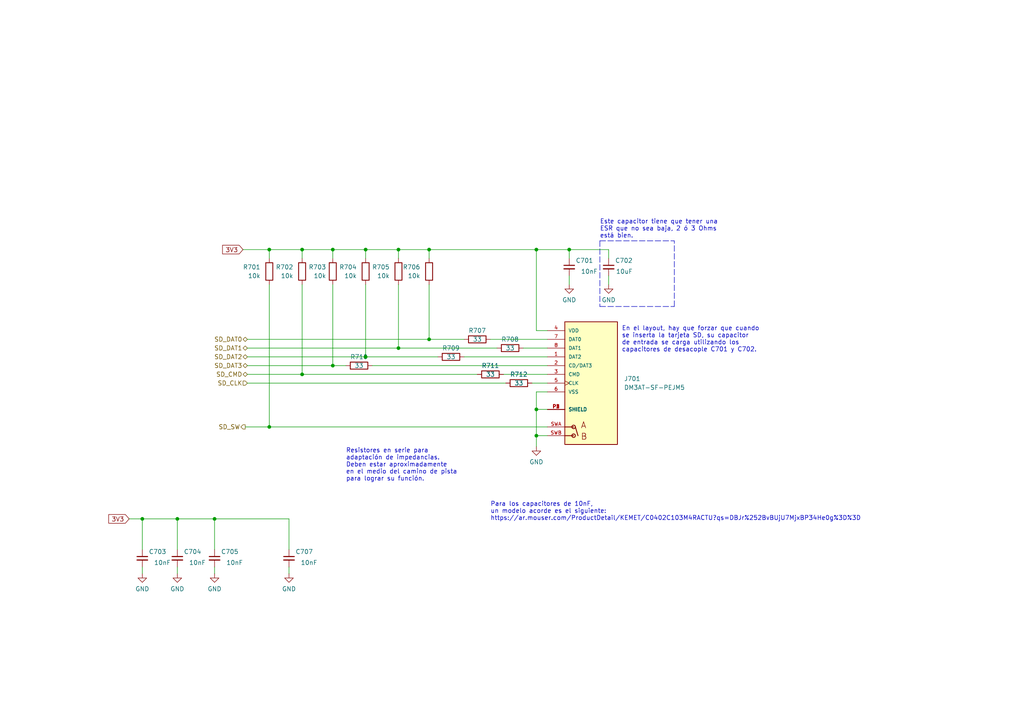
<source format=kicad_sch>
(kicad_sch (version 20211123) (generator eeschema)
  (paper "A4")
  (lib_symbols
    (symbol "DM3AT-SF-PEJM5:DM3AT-SF-PEJM5" (pin_names (offset 1.016))
      (property "Reference" "J" (at -7.62 18.3148 0))
      (property "Value" "DM3AT-SF-PEJM5" (at -7.62 -20.8538 0))
      (symbol "DM3AT-SF-PEJM5_0_0"
        (rectangle (start -7.62 -17.78) (end 7.62 17.78) (stroke (width 0.254)) (fill (type background)))
        (circle (center -5.08 -15.24) (radius 0.508) (stroke (width 0.254)))
        (circle (center -5.08 -12.7) (radius 0.508) (stroke (width 0.254)))
        (polyline (pts (xy -7.62 -15.24) (xy -5.08 -15.24)) (stroke (width 0.254)))
        (polyline (pts (xy -7.62 -12.7) (xy -5.08 -12.7)) (stroke (width 0.254)))
        (polyline (pts (xy -4.572 -12.7) (xy -3.81 -15.24)) (stroke (width 0.254)))
        (text "A" (at -3.048 -13.208 0) (effects (font (size 1.778 1.778)) (justify left bottom)))
        (text "B" (at -3.048 -16.51 0) (effects (font (size 1.778 1.778)) (justify left bottom)))
        (pin bidirectional line (at -12.7 7.62 0) (length 5.08) (name "DAT2") (number "1"))
        (pin bidirectional line (at -12.7 5.08 0) (length 5.08) (name "CD/DAT3") (number "2"))
        (pin bidirectional line (at -12.7 2.54 0) (length 5.08) (name "CMD") (number "3"))
        (pin power_in line (at -12.7 15.24 0) (length 5.08) (name "VDD") (number "4"))
        (pin bidirectional clock (at -12.7 0 0) (length 5.08) (name "CLK") (number "5"))
        (pin power_in line (at -12.7 -2.54 0) (length 5.08) (name "VSS") (number "6"))
        (pin bidirectional line (at -12.7 12.7 0) (length 5.08) (name "DAT0") (number "7"))
        (pin bidirectional line (at -12.7 10.16 0) (length 5.08) (name "DAT1") (number "8"))
        (pin passive line (at -12.7 -7.62 0) (length 5.08) (name "SHIELD") (number "P1"))
        (pin passive line (at -12.7 -7.62 0) (length 5.08) (name "SHIELD") (number "P2"))
        (pin passive line (at -12.7 -7.62 0) (length 5.08) (name "SHIELD") (number "P3"))
        (pin passive line (at -12.7 -7.62 0) (length 5.08) (name "SHIELD") (number "P4"))
        (pin bidirectional line (at -12.7 -12.7 0) (length 5.08) (name "~") (number "SWA"))
        (pin bidirectional line (at -12.7 -15.24 0) (length 5.08) (name "~") (number "SWB"))
      )
    )
    (symbol "Device:C_Small" (pin_numbers hide) (pin_names (offset 0.254) hide)
      (property "Reference" "C" (at 0.254 1.778 0))
      (property "Value" "C_Small" (at 0.254 -2.032 0))
      (symbol "C_Small_0_1"
        (polyline (pts (xy -1.524 -0.508) (xy 1.524 -0.508)) (stroke (width 0.3302)))
        (polyline (pts (xy -1.524 0.508) (xy 1.524 0.508)) (stroke (width 0.3048)))
      )
      (symbol "C_Small_1_1"
        (pin passive line (at 0 2.54 270) (length 2.032) (name "~") (number "1"))
        (pin passive line (at 0 -2.54 90) (length 2.032) (name "~") (number "2"))
      )
    )
    (symbol "Device:R" (pin_numbers hide) (pin_names (offset 0))
      (property "Reference" "R" (at 2.032 0 90))
      (property "Value" "R" (at 0 0 90))
      (symbol "R_0_1"
        (rectangle (start -1.016 -2.54) (end 1.016 2.54) (stroke (width 0.254)))
      )
      (symbol "R_1_1"
        (pin passive line (at 0 3.81 270) (length 1.27) (name "~") (number "1"))
        (pin passive line (at 0 -3.81 90) (length 1.27) (name "~") (number "2"))
      )
    )
    (symbol "power:GND" (power) (pin_names (offset 0))
      (property "Value" "GND" (at 0 -3.81 0))
      (symbol "GND_0_1"
        (polyline (pts (xy 0 0) (xy 0 -1.27) (xy 1.27 -1.27) (xy 0 -2.54) (xy -1.27 -1.27) (xy 0 -1.27)))
      )
      (symbol "GND_1_1"
        (pin power_in line (at 0 0 270) (length 0) hide (name "GND") (number "1"))
      )
    )
  )
  (junction (at 41.275 150.495))
  (junction (at 155.575 118.745))
  (junction (at 78.105 123.825))
  (junction (at 115.57 100.965))
  (junction (at 87.63 108.585))
  (junction (at 155.575 126.365))
  (junction (at 51.435 150.495))
  (junction (at 96.52 72.39))
  (junction (at 106.045 72.39))
  (junction (at 115.57 72.39))
  (junction (at 155.575 72.39))
  (junction (at 96.52 106.045))
  (junction (at 124.46 72.39))
  (junction (at 165.1 72.39))
  (junction (at 124.46 98.425))
  (junction (at 106.045 103.505))
  (junction (at 87.63 72.39))
  (junction (at 78.105 72.39))
  (junction (at 62.23 150.495))
  (wire (pts (xy 106.045 103.505) (xy 127 103.505)))
  (wire (pts (xy 62.23 164.465) (xy 62.23 166.37)))
  (polyline (pts (xy 173.99 69.85) (xy 173.99 88.9)))
  (wire (pts (xy 124.46 72.39) (xy 155.575 72.39)))
  (wire (pts (xy 71.12 123.825) (xy 78.105 123.825)))
  (wire (pts (xy 165.1 72.39) (xy 176.53 72.39)))
  (wire (pts (xy 115.57 82.55) (xy 115.57 100.965)))
  (wire (pts (xy 71.755 98.425) (xy 124.46 98.425)))
  (wire (pts (xy 146.05 108.585) (xy 158.75 108.585)))
  (wire (pts (xy 87.63 72.39) (xy 87.63 74.93)))
  (wire (pts (xy 134.62 103.505) (xy 158.75 103.505)))
  (wire (pts (xy 96.52 106.045) (xy 100.33 106.045)))
  (wire (pts (xy 83.82 159.385) (xy 83.82 150.495)))
  (wire (pts (xy 106.045 72.39) (xy 96.52 72.39)))
  (wire (pts (xy 87.63 108.585) (xy 138.43 108.585)))
  (wire (pts (xy 96.52 82.55) (xy 96.52 106.045)))
  (wire (pts (xy 124.46 74.93) (xy 124.46 72.39)))
  (wire (pts (xy 51.435 150.495) (xy 62.23 150.495)))
  (wire (pts (xy 51.435 159.385) (xy 51.435 150.495)))
  (polyline (pts (xy 173.99 69.85) (xy 195.58 69.85)))
  (wire (pts (xy 71.755 103.505) (xy 106.045 103.505)))
  (wire (pts (xy 41.275 164.465) (xy 41.275 166.37)))
  (wire (pts (xy 71.755 108.585) (xy 87.63 108.585)))
  (wire (pts (xy 155.575 72.39) (xy 165.1 72.39)))
  (wire (pts (xy 115.57 74.93) (xy 115.57 72.39)))
  (wire (pts (xy 115.57 100.965) (xy 144.145 100.965)))
  (wire (pts (xy 124.46 98.425) (xy 134.62 98.425)))
  (wire (pts (xy 155.575 118.745) (xy 155.575 126.365)))
  (polyline (pts (xy 173.99 88.9) (xy 195.58 88.9)))
  (wire (pts (xy 107.95 106.045) (xy 158.75 106.045)))
  (wire (pts (xy 151.765 100.965) (xy 158.75 100.965)))
  (wire (pts (xy 165.1 74.93) (xy 165.1 72.39)))
  (wire (pts (xy 87.63 82.55) (xy 87.63 108.585)))
  (wire (pts (xy 62.23 159.385) (xy 62.23 150.495)))
  (wire (pts (xy 71.755 106.045) (xy 96.52 106.045)))
  (wire (pts (xy 115.57 72.39) (xy 124.46 72.39)))
  (wire (pts (xy 115.57 72.39) (xy 106.045 72.39)))
  (wire (pts (xy 41.275 150.495) (xy 41.275 159.385)))
  (wire (pts (xy 51.435 150.495) (xy 41.275 150.495)))
  (wire (pts (xy 71.755 100.965) (xy 115.57 100.965)))
  (wire (pts (xy 96.52 72.39) (xy 87.63 72.39)))
  (wire (pts (xy 51.435 164.465) (xy 51.435 166.37)))
  (wire (pts (xy 155.575 113.665) (xy 155.575 118.745)))
  (wire (pts (xy 154.305 111.125) (xy 158.75 111.125)))
  (wire (pts (xy 78.105 74.93) (xy 78.105 72.39)))
  (wire (pts (xy 70.485 72.39) (xy 78.105 72.39)))
  (wire (pts (xy 176.53 80.01) (xy 176.53 82.55)))
  (wire (pts (xy 78.105 72.39) (xy 87.63 72.39)))
  (wire (pts (xy 165.1 80.01) (xy 165.1 82.55)))
  (wire (pts (xy 155.575 95.885) (xy 155.575 72.39)))
  (wire (pts (xy 155.575 118.745) (xy 158.75 118.745)))
  (wire (pts (xy 62.23 150.495) (xy 83.82 150.495)))
  (wire (pts (xy 124.46 82.55) (xy 124.46 98.425)))
  (wire (pts (xy 71.755 111.125) (xy 146.685 111.125)))
  (wire (pts (xy 158.75 95.885) (xy 155.575 95.885)))
  (wire (pts (xy 78.105 123.825) (xy 158.75 123.825)))
  (wire (pts (xy 142.24 98.425) (xy 158.75 98.425)))
  (wire (pts (xy 83.82 164.465) (xy 83.82 166.37)))
  (wire (pts (xy 155.575 126.365) (xy 158.75 126.365)))
  (wire (pts (xy 155.575 126.365) (xy 155.575 129.54)))
  (wire (pts (xy 96.52 72.39) (xy 96.52 74.93)))
  (wire (pts (xy 176.53 74.93) (xy 176.53 72.39)))
  (wire (pts (xy 106.045 72.39) (xy 106.045 74.93)))
  (wire (pts (xy 155.575 113.665) (xy 158.75 113.665)))
  (polyline (pts (xy 195.58 88.9) (xy 195.58 69.85)))
  (wire (pts (xy 78.105 82.55) (xy 78.105 123.825)))
  (wire (pts (xy 37.465 150.495) (xy 41.275 150.495)))
  (wire (pts (xy 106.045 82.55) (xy 106.045 103.505)))
  (text "En el layout, hay que forzar que cuando\nse inserta la tarjeta SD, su capacitor\nde entrada se carga utilizando los \ncapacitores de desacople C701 y C702." (at 180.34 102.235 0) (effects (font (size 1.27 1.27)) (justify left bottom)))
  (text "Este capacitor tiene que tener una\nESR que no sea baja, 2 ó 3 Ohms\nestá bien." (at 173.99 69.215 0) (effects (font (size 1.27 1.27)) (justify left bottom)))
  (text "Para los capacitores de 10nF,\nun modelo acorde es el siguiente:\nhttps://ar.mouser.com/ProductDetail/KEMET/C0402C103M4RACTU?qs=DBJr%252BvBUjU7MjxBP34He0g%3D%3D" (at 142.24 151.13 0) (effects (font (size 1.27 1.27)) (justify left bottom)))
  (text "Resistores en serie para\nadaptación de impedancias.\nDeben estar aproximadamente\nen el medio del camino de pista\npara lograr su función." (at 100.33 139.7 0) (effects (font (size 1.27 1.27)) (justify left bottom)))
  (global_label "3V3" (shape input) (at 70.485 72.39 180) (property "Intersheet References" "${INTERSHEET_REFS}" (effects hide)))
  (global_label "3V3" (shape input) (at 37.465 150.495 180) (property "Intersheet References" "${INTERSHEET_REFS}" (effects hide)))
  (hierarchical_label "SD_CLK" (shape input) (at 71.755 111.125 180))
  (hierarchical_label "SD_DAT0" (shape bidirectional) (at 71.755 98.425 180))
  (hierarchical_label "SD_CMD" (shape bidirectional) (at 71.755 108.585 180))
  (hierarchical_label "SD_DAT1" (shape bidirectional) (at 71.755 100.965 180))
  (hierarchical_label "SD_DAT3" (shape bidirectional) (at 71.755 106.045 180))
  (hierarchical_label "SD_DAT2" (shape bidirectional) (at 71.755 103.505 180))
  (hierarchical_label "SD_SW" (shape output) (at 71.12 123.825 180))
  (symbol (lib_id "power:GND") (at 155.575 129.54 0) (unit 1)
    (property "Reference" "#PWR0144" (effects hide))
    (property "Value" "GND" (at 155.575 133.985 0))
  )
  (symbol (lib_id "power:GND") (at 165.1 82.55 0) (unit 1)
    (property "Reference" "#PWR0142" (effects hide))
    (property "Value" "GND" (at 165.1 86.995 0))
  )
  (symbol (lib_id "Device:C_Small") (at 83.82 161.925 0) (unit 1)
    (property "Reference" "C707" (at 90.805 160.02 0) (effects (justify right)))
    (property "Value" "10nF" (at 92.075 163.195 0) (effects (justify right)))
    (property "Footprint" "Capacitor_SMD:C_0402_1005Metric_Pad0.74x0.62mm_HandSolder" (effects hide))
  )
  (symbol (lib_id "Device:R") (at 138.43 98.425 270) (mirror x) (unit 1)
    (property "Reference" "R707" (at 138.43 95.885 90))
    (property "Value" "33" (at 138.43 98.425 90))
    (property "Footprint" "Resistor_SMD:R_0402_1005Metric_Pad0.72x0.64mm_HandSolder" (effects hide))
  )
  (symbol (lib_id "Device:C_Small") (at 51.435 161.925 0) (unit 1)
    (property "Reference" "C704" (at 58.42 160.02 0) (effects (justify right)))
    (property "Value" "10nF" (at 59.69 163.195 0) (effects (justify right)))
    (property "Footprint" "Capacitor_SMD:C_0402_1005Metric_Pad0.74x0.62mm_HandSolder" (effects hide))
  )
  (symbol (lib_id "Device:C_Small") (at 165.1 77.47 0) (unit 1)
    (property "Reference" "C701" (at 172.085 75.565 0) (effects (justify right)))
    (property "Value" "10nF" (at 173.355 78.74 0) (effects (justify right)))
    (property "Footprint" "Capacitor_SMD:C_0402_1005Metric_Pad0.74x0.62mm_HandSolder" (effects hide))
  )
  (symbol (lib_id "Device:C_Small") (at 41.275 161.925 0) (unit 1)
    (property "Reference" "C703" (at 48.26 160.02 0) (effects (justify right)))
    (property "Value" "10nF" (at 49.53 163.195 0) (effects (justify right)))
    (property "Footprint" "Capacitor_SMD:C_0402_1005Metric_Pad0.74x0.62mm_HandSolder" (effects hide))
  )
  (symbol (lib_id "DM3AT-SF-PEJM5:DM3AT-SF-PEJM5") (at 171.45 111.125 0) (unit 1)
    (property "Reference" "J701" (at 180.975 109.8549 0) (effects (justify left)))
    (property "Value" "DM3AT-SF-PEJM5" (at 180.975 112.3949 0) (effects (justify left)))
    (property "Footprint" "DM3AT-SF-PEJM5:HRS_DM3AT-SF-PEJM5" (effects hide))
    (property "PACKAGE" "None" (effects hide))
    (property "MF" "Hirose" (effects hide))
    (property "DESCRIPTION" "DM3 RA SMT microSD memory card push/push" (effects hide))
    (property "PRICE" "None" (effects hide))
    (property "AVAILABILITY" "Unavailable" (effects hide))
    (property "MP" "DM3AT-SF-PEJM5" (effects hide))
  )
  (symbol (lib_id "Device:C_Small") (at 62.23 161.925 0) (unit 1)
    (property "Reference" "C705" (at 69.215 160.02 0) (effects (justify right)))
    (property "Value" "10nF" (at 70.485 163.195 0) (effects (justify right)))
    (property "Footprint" "Capacitor_SMD:C_0402_1005Metric_Pad0.74x0.62mm_HandSolder" (effects hide))
  )
  (symbol (lib_id "power:GND") (at 83.82 166.37 0) (unit 1)
    (property "Reference" "#PWR0146" (effects hide))
    (property "Value" "GND" (at 83.82 170.815 0))
  )
  (symbol (lib_id "Device:R") (at 106.045 78.74 0) (mirror x) (unit 1)
    (property "Reference" "R704" (at 103.505 77.4699 0) (effects (justify right)))
    (property "Value" "10k" (at 103.505 80.0099 0) (effects (justify right)))
    (property "Footprint" "Resistor_SMD:R_0402_1005Metric_Pad0.72x0.64mm_HandSolder" (effects hide))
  )
  (symbol (lib_id "power:GND") (at 41.275 166.37 0) (unit 1)
    (property "Reference" "#PWR0103" (effects hide))
    (property "Value" "GND" (at 41.275 170.815 0))
  )
  (symbol (lib_id "Device:R") (at 142.24 108.585 270) (mirror x) (unit 1)
    (property "Reference" "R711" (at 142.24 106.045 90))
    (property "Value" "33" (at 142.24 108.585 90))
    (property "Footprint" "Resistor_SMD:R_0402_1005Metric_Pad0.72x0.64mm_HandSolder" (effects hide))
  )
  (symbol (lib_id "Device:R") (at 115.57 78.74 0) (mirror x) (unit 1)
    (property "Reference" "R705" (at 113.03 77.4699 0) (effects (justify right)))
    (property "Value" "10k" (at 113.03 80.0099 0) (effects (justify right)))
    (property "Footprint" "Resistor_SMD:R_0402_1005Metric_Pad0.72x0.64mm_HandSolder" (effects hide))
  )
  (symbol (lib_id "power:GND") (at 176.53 82.55 0) (unit 1)
    (property "Reference" "#PWR0143" (effects hide))
    (property "Value" "GND" (at 176.53 86.995 0))
  )
  (symbol (lib_id "Device:R") (at 130.81 103.505 270) (mirror x) (unit 1)
    (property "Reference" "R709" (at 130.81 100.965 90))
    (property "Value" "33" (at 130.81 103.505 90))
    (property "Footprint" "Resistor_SMD:R_0402_1005Metric_Pad0.72x0.64mm_HandSolder" (effects hide))
  )
  (symbol (lib_id "Device:R") (at 104.14 106.045 270) (unit 1)
    (property "Reference" "R710" (at 104.14 103.505 90))
    (property "Value" "33" (at 104.14 106.045 90))
    (property "Footprint" "Resistor_SMD:R_0402_1005Metric_Pad0.72x0.64mm_HandSolder" (effects hide))
  )
  (symbol (lib_id "Device:R") (at 96.52 78.74 0) (mirror x) (unit 1)
    (property "Reference" "R703" (at 94.615 77.4699 0) (effects (justify right)))
    (property "Value" "10k" (at 94.615 80.0099 0) (effects (justify right)))
    (property "Footprint" "Resistor_SMD:R_0402_1005Metric_Pad0.72x0.64mm_HandSolder" (effects hide))
  )
  (symbol (lib_id "power:GND") (at 51.435 166.37 0) (unit 1)
    (property "Reference" "#PWR0127" (effects hide))
    (property "Value" "GND" (at 51.435 170.815 0))
  )
  (symbol (lib_id "Device:R") (at 78.105 78.74 0) (mirror x) (unit 1)
    (property "Reference" "R701" (at 75.565 77.4699 0) (effects (justify right)))
    (property "Value" "10k" (at 75.565 80.0099 0) (effects (justify right)))
    (property "Footprint" "Resistor_SMD:R_0402_1005Metric_Pad0.72x0.64mm_HandSolder" (effects hide))
  )
  (symbol (lib_id "Device:R") (at 147.955 100.965 270) (mirror x) (unit 1)
    (property "Reference" "R708" (at 147.955 98.425 90))
    (property "Value" "33" (at 147.955 100.965 90))
    (property "Footprint" "Resistor_SMD:R_0402_1005Metric_Pad0.72x0.64mm_HandSolder" (effects hide))
  )
  (symbol (lib_id "Device:R") (at 87.63 78.74 0) (mirror x) (unit 1)
    (property "Reference" "R702" (at 85.09 77.4699 0) (effects (justify right)))
    (property "Value" "10k" (at 85.09 80.0099 0) (effects (justify right)))
    (property "Footprint" "Resistor_SMD:R_0402_1005Metric_Pad0.72x0.64mm_HandSolder" (effects hide))
  )
  (symbol (lib_id "Device:R") (at 150.495 111.125 270) (mirror x) (unit 1)
    (property "Reference" "R712" (at 150.495 108.585 90))
    (property "Value" "33" (at 150.495 111.125 90))
    (property "Footprint" "Resistor_SMD:R_0402_1005Metric_Pad0.72x0.64mm_HandSolder" (effects hide))
  )
  (symbol (lib_id "power:GND") (at 62.23 166.37 0) (unit 1)
    (property "Reference" "#PWR0128" (effects hide))
    (property "Value" "GND" (at 62.23 170.815 0))
  )
  (symbol (lib_id "Device:C_Small") (at 176.53 77.47 0) (unit 1)
    (property "Reference" "C702" (at 183.515 75.565 0) (effects (justify right)))
    (property "Value" "10uF" (at 183.515 78.74 0) (effects (justify right)))
    (property "Footprint" "Capacitor_SMD:C_0603_1608Metric_Pad1.08x0.95mm_HandSolder" (effects hide))
  )
  (symbol (lib_id "Device:R") (at 124.46 78.74 0) (mirror x) (unit 1)
    (property "Reference" "R706" (at 121.92 77.4699 0) (effects (justify right)))
    (property "Value" "10k" (at 121.92 80.0099 0) (effects (justify right)))
    (property "Footprint" "Resistor_SMD:R_0402_1005Metric_Pad0.72x0.64mm_HandSolder" (effects hide))
  )
)
</source>
